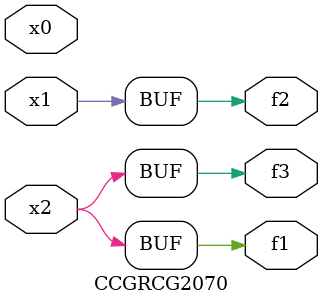
<source format=v>
module CCGRCG2070(
	input x0, x1, x2,
	output f1, f2, f3
);
	assign f1 = x2;
	assign f2 = x1;
	assign f3 = x2;
endmodule

</source>
